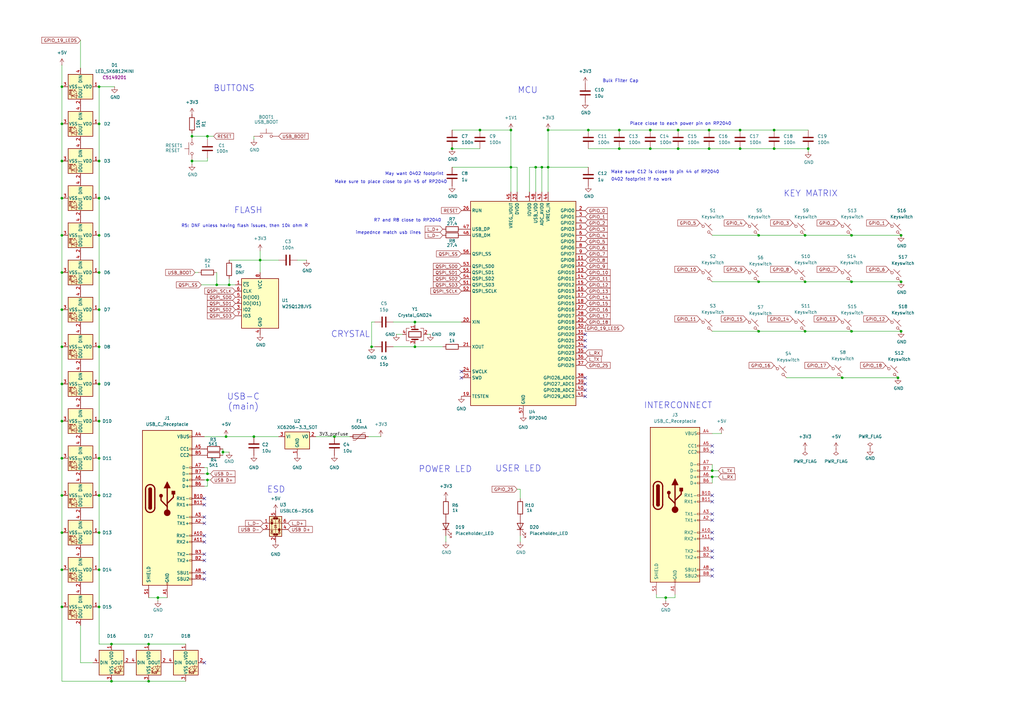
<source format=kicad_sch>
(kicad_sch (version 20250114) (generator "eeschema") (generator_version "9.0")
  (paper "A3")
  (title_block (title "Project Complex") (rev "Imaginary") (company "HRZN | KQ4SPZ"))
  (text "MCU\n" (at 216.408 37.084 0) (effects (font (size 2.54 2.54))))
  (text "Bulk Filter Cap\n" (at 254.508 33.274 0) (effects (font (size 1.27 1.27))))
  (text "Make sure C12 is close to pin 44 of RP2040" (at 272.796 70.612 0) (effects (font (size 1.27 1.27))))
  (text "USER LED\n" (at 212.598 192.278 0) (effects (font (size 2.54 2.54))))
  (text "POWER LED" (at 182.626 192.532 0) (effects (font (size 2.54 2.54))))
  (text "FLASH" (at 101.854 86.36 0) (effects (font (size 2.54 2.54))))
  (text "ESD\n" (at 113.284 200.914 0) (effects (font (size 2.54 2.54))))
  (text "R7 and R8 close to RP2040" (at 167.132 90.424 0) (effects (font (size 1.27 1.27))))
  (text "CRYSTAL\n" (at 143.764 137.16 0) (effects (font (size 2.54 2.54))))
  (text "May want 0402 footprint\n" (at 169.926 71.374 0) (effects (font (size 1.27 1.27))))
  (text "INTERCONNECT\n" (at 278.13 166.37 0) (effects (font (size 2.54 2.54))))
  (text "BUTTONS\n" (at 96.012 36.322 0) (effects (font (size 2.54 2.54))))
  (text "Make sure to place close to pin 45 of RP2040" (at 160.274 74.676 0) (effects (font (size 1.27 1.27))))
  (text "R5: DNF unless having flash issues, then 10k ohm R" (at 100.33 92.71 0) (effects (font (size 1.27 1.27))))
  (text "imepednce match usb lines\n" (at 159.258 95.504 0) (effects (font (size 1.27 1.27))))
  (text "USB-C\n(main)" (at 99.822 164.846 0) (effects (font (size 2.54 2.54))))
  (text "0402 footprint if no work\n" (at 263.144 73.66 0) (effects (font (size 1.27 1.27))))
  (text "Place close to each power pin on RP2040\n" (at 279.146 50.8 0) (effects (font (size 1.27 1.27))))
  (text "KEY MATRIX\n" (at 332.486 79.502 0) (effects (font (size 2.54 2.54))))
  (junction (at 311.15 135.89))
  (junction (at 219.71 68.58))
  (junction (at 266.7 53.34))
  (junction (at 40.64 187.96))
  (junction (at 40.64 157.48))
  (junction (at 331.47 60.96))
  (junction (at 25.4 127))
  (junction (at 25.4 96.52))
  (junction (at 40.64 35.56))
  (junction (at 85.09 55.88))
  (junction (at 254 53.34))
  (junction (at 349.25 115.57))
  (junction (at 40.64 218.44))
  (junction (at 254 60.96))
  (junction (at 369.57 115.57))
  (junction (at 25.4 81.28))
  (junction (at 40.64 81.28))
  (junction (at 303.53 60.96))
  (junction (at 278.13 53.34))
  (junction (at 25.4 203.2))
  (junction (at 25.4 50.8))
  (junction (at 170.18 132.08))
  (junction (at 40.64 66.04))
  (junction (at 91.44 185.42))
  (junction (at 88.9 116.84))
  (junction (at 311.15 96.52))
  (junction (at 25.4 233.68))
  (junction (at 330.2 115.57))
  (junction (at 40.64 172.72))
  (junction (at 290.83 60.96))
  (junction (at 85.09 194.31))
  (junction (at 40.64 127))
  (junction (at 311.15 115.57))
  (junction (at 25.4 35.56))
  (junction (at 330.2 96.52))
  (junction (at 93.98 116.84))
  (junction (at 224.79 53.34))
  (junction (at 152.4 142.24))
  (junction (at 368.3 154.94))
  (junction (at 25.4 66.04))
  (junction (at 273.05 245.11))
  (junction (at 25.4 248.92))
  (junction (at 40.64 50.8))
  (junction (at 330.2 135.89))
  (junction (at 317.5 53.34))
  (junction (at 45.72 279.4))
  (junction (at 40.64 142.24))
  (junction (at 60.96 264.16))
  (junction (at 137.16 179.07))
  (junction (at 196.85 53.34))
  (junction (at 25.4 111.76))
  (junction (at 60.96 279.4))
  (junction (at 78.74 55.88))
  (junction (at 278.13 60.96))
  (junction (at 317.5 60.96))
  (junction (at 106.68 106.68))
  (junction (at 25.4 187.96))
  (junction (at 292.1 193.04))
  (junction (at 266.7 60.96))
  (junction (at 292.1 195.58))
  (junction (at 369.57 96.52))
  (junction (at 170.18 142.24))
  (junction (at 209.55 53.34))
  (junction (at 349.25 135.89))
  (junction (at 224.79 68.58))
  (junction (at 369.57 135.89))
  (junction (at 185.42 60.96))
  (junction (at 45.72 264.16))
  (junction (at 25.4 172.72))
  (junction (at 92.71 179.07))
  (junction (at 40.64 96.52))
  (junction (at 85.09 196.85))
  (junction (at 64.77 245.11))
  (junction (at 104.14 179.07))
  (junction (at 25.4 218.44))
  (junction (at 78.74 66.04))
  (junction (at 25.4 157.48))
  (junction (at 40.64 248.92))
  (junction (at 209.55 68.58))
  (junction (at 40.64 233.68))
  (junction (at 40.64 111.76))
  (junction (at 241.3 53.34))
  (junction (at 349.25 96.52))
  (junction (at 345.44 154.94))
  (junction (at 222.25 68.58))
  (junction (at 303.53 53.34))
  (junction (at 25.4 142.24))
  (junction (at 290.83 53.34))
  (junction (at 40.64 203.2))
  (no_connect (at 292.1 203.2))
  (no_connect (at 240.03 154.94))
  (no_connect (at 240.03 162.56))
  (no_connect (at 292.1 205.74))
  (no_connect (at 240.03 139.7))
  (no_connect (at 83.82 222.25))
  (no_connect (at 292.1 220.98))
  (no_connect (at 240.03 157.48))
  (no_connect (at 83.82 219.71))
  (no_connect (at 292.1 228.6))
  (no_connect (at 240.03 137.16))
  (no_connect (at 83.82 234.95))
  (no_connect (at 292.1 233.68))
  (no_connect (at 292.1 182.88))
  (no_connect (at 292.1 210.82))
  (no_connect (at 292.1 185.42))
  (no_connect (at 292.1 236.22))
  (no_connect (at 292.1 213.36))
  (no_connect (at 83.82 204.47))
  (no_connect (at 292.1 226.06))
  (no_connect (at 83.82 214.63))
  (no_connect (at 83.82 271.78))
  (no_connect (at 83.82 227.33))
  (no_connect (at 240.03 160.02))
  (no_connect (at 189.23 154.94))
  (no_connect (at 83.82 229.87))
  (no_connect (at 292.1 218.44))
  (no_connect (at 83.82 237.49))
  (no_connect (at 240.03 142.24))
  (no_connect (at 83.82 207.01))
  (no_connect (at 83.82 212.09))
  (no_connect (at 189.23 152.4))
  (wire (pts (xy 40.64 218.44) (xy 40.64 203.2)))
  (wire (pts (xy 25.4 142.24) (xy 25.4 157.48)))
  (wire (pts (xy 25.4 218.44) (xy 25.4 233.68)))
  (wire (pts (xy 303.53 53.34) (xy 290.83 53.34)))
  (wire (pts (xy 45.72 264.16) (xy 40.64 264.16)))
  (wire (pts (xy 40.64 264.16) (xy 40.64 248.92)))
  (wire (pts (xy 161.29 142.24) (xy 170.18 142.24)))
  (wire (pts (xy 40.64 157.48) (xy 40.64 142.24)))
  (wire (pts (xy 266.7 53.34) (xy 254 53.34)))
  (wire (pts (xy 106.68 106.68) (xy 106.68 111.76)))
  (wire (pts (xy 93.98 106.68) (xy 106.68 106.68)))
  (wire (pts (xy 60.96 279.4) (xy 76.2 279.4)))
  (wire (pts (xy 25.4 233.68) (xy 25.4 248.92)))
  (wire (pts (xy 311.15 96.52) (xy 330.2 96.52)))
  (wire (pts (xy 241.3 53.34) (xy 224.79 53.34)))
  (wire (pts (xy 331.47 60.96) (xy 317.5 60.96)))
  (wire (pts (xy 40.64 203.2) (xy 40.64 187.96)))
  (wire (pts (xy 78.74 67.31) (xy 78.74 66.04)))
  (wire (pts (xy 40.64 81.28) (xy 40.64 66.04)))
  (wire (pts (xy 292.1 135.89) (xy 311.15 135.89)))
  (wire (pts (xy 40.64 35.56) (xy 46.99 35.56)))
  (wire (pts (xy 266.7 60.96) (xy 278.13 60.96)))
  (wire (pts (xy 33.02 16.51) (xy 33.02 27.94)))
  (wire (pts (xy 93.98 114.3) (xy 93.98 116.84)))
  (wire (pts (xy 292.1 195.58) (xy 294.64 195.58)))
  (wire (pts (xy 40.64 233.68) (xy 40.64 218.44)))
  (wire (pts (xy 85.09 66.04) (xy 78.74 66.04)))
  (wire (pts (xy 185.42 68.58) (xy 209.55 68.58)))
  (wire (pts (xy 311.15 135.89) (xy 330.2 135.89)))
  (wire (pts (xy 85.09 196.85) (xy 85.09 199.39)))
  (wire (pts (xy 85.09 194.31) (xy 83.82 194.31)))
  (wire (pts (xy 45.72 279.4) (xy 60.96 279.4)))
  (wire (pts (xy 209.55 53.34) (xy 209.55 68.58)))
  (wire (pts (xy 25.4 279.4) (xy 45.72 279.4)))
  (wire (pts (xy 85.09 55.88) (xy 87.63 55.88)))
  (wire (pts (xy 25.4 81.28) (xy 25.4 96.52)))
  (wire (pts (xy 217.17 68.58) (xy 219.71 68.58)))
  (wire (pts (xy 25.4 127) (xy 25.4 142.24)))
  (wire (pts (xy 330.2 135.89) (xy 349.25 135.89)))
  (wire (pts (xy 92.71 179.07) (xy 104.14 179.07)))
  (wire (pts (xy 222.25 68.58) (xy 224.79 68.58)))
  (wire (pts (xy 88.9 116.84) (xy 93.98 116.84)))
  (wire (pts (xy 38.1 271.78) (xy 33.02 271.78)))
  (wire (pts (xy 176.53 137.16) (xy 175.26 137.16)))
  (wire (pts (xy 330.2 96.52) (xy 349.25 96.52)))
  (wire (pts (xy 273.05 245.11) (xy 276.86 245.11)))
  (wire (pts (xy 269.24 245.11) (xy 269.24 243.84)))
  (wire (pts (xy 331.47 62.23) (xy 331.47 60.96)))
  (wire (pts (xy 25.4 187.96) (xy 25.4 203.2)))
  (wire (pts (xy 64.77 246.38) (xy 64.77 245.11)))
  (wire (pts (xy 345.44 154.94) (xy 368.3 154.94)))
  (wire (pts (xy 213.36 222.25) (xy 213.36 219.71)))
  (wire (pts (xy 76.2 264.16) (xy 60.96 264.16)))
  (wire (pts (xy 273.05 246.38) (xy 273.05 245.11)))
  (wire (pts (xy 322.58 154.94) (xy 345.44 154.94)))
  (wire (pts (xy 196.85 53.34) (xy 209.55 53.34)))
  (wire (pts (xy 209.55 68.58) (xy 209.55 78.74)))
  (wire (pts (xy 106.68 106.68) (xy 114.3 106.68)))
  (wire (pts (xy 278.13 60.96) (xy 290.83 60.96)))
  (wire (pts (xy 213.36 200.66) (xy 213.36 204.47)))
  (wire (pts (xy 212.09 200.66) (xy 213.36 200.66)))
  (wire (pts (xy 40.64 111.76) (xy 40.64 96.52)))
  (wire (pts (xy 276.86 245.11) (xy 276.86 243.84)))
  (wire (pts (xy 224.79 68.58) (xy 224.79 78.74)))
  (wire (pts (xy 290.83 53.34) (xy 278.13 53.34)))
  (wire (pts (xy 80.01 111.76) (xy 81.28 111.76)))
  (wire (pts (xy 292.1 193.04) (xy 294.64 193.04)))
  (wire (pts (xy 156.21 179.07) (xy 151.13 179.07)))
  (wire (pts (xy 25.4 66.04) (xy 25.4 81.28)))
  (wire (pts (xy 292.1 115.57) (xy 311.15 115.57)))
  (wire (pts (xy 295.91 177.8) (xy 292.1 177.8)))
  (wire (pts (xy 25.4 172.72) (xy 25.4 187.96)))
  (wire (pts (xy 25.4 26.67) (xy 25.4 35.56)))
  (wire (pts (xy 85.09 55.88) (xy 85.09 57.15)))
  (wire (pts (xy 64.77 245.11) (xy 68.58 245.11)))
  (wire (pts (xy 349.25 135.89) (xy 369.57 135.89)))
  (wire (pts (xy 88.9 111.76) (xy 88.9 116.84)))
  (wire (pts (xy 25.4 111.76) (xy 25.4 127)))
  (wire (pts (xy 292.1 190.5) (xy 292.1 193.04)))
  (wire (pts (xy 254 53.34) (xy 241.3 53.34)))
  (wire (pts (xy 91.44 184.15) (xy 91.44 185.42)))
  (wire (pts (xy 86.36 196.85) (xy 85.09 196.85)))
  (wire (pts (xy 25.4 96.52) (xy 25.4 111.76)))
  (wire (pts (xy 185.42 60.96) (xy 196.85 60.96)))
  (wire (pts (xy 212.09 78.74) (xy 212.09 68.58)))
  (wire (pts (xy 104.14 179.07) (xy 114.3 179.07)))
  (wire (pts (xy 86.36 194.31) (xy 85.09 194.31)))
  (wire (pts (xy 303.53 60.96) (xy 317.5 60.96)))
  (wire (pts (xy 152.4 132.08) (xy 153.67 132.08)))
  (wire (pts (xy 317.5 53.34) (xy 331.47 53.34)))
  (wire (pts (xy 78.74 54.61) (xy 78.74 55.88)))
  (wire (pts (xy 241.3 60.96) (xy 254 60.96)))
  (wire (pts (xy 85.09 196.85) (xy 83.82 196.85)))
  (wire (pts (xy 170.18 140.97) (xy 170.18 142.24)))
  (wire (pts (xy 129.54 179.07) (xy 137.16 179.07)))
  (wire (pts (xy 104.14 57.15) (xy 104.14 55.88)))
  (wire (pts (xy 224.79 68.58) (xy 241.3 68.58)))
  (wire (pts (xy 182.88 222.25) (xy 182.88 219.71)))
  (wire (pts (xy 106.68 102.87) (xy 106.68 106.68)))
  (wire (pts (xy 60.96 264.16) (xy 45.72 264.16)))
  (wire (pts (xy 152.4 142.24) (xy 153.67 142.24)))
  (wire (pts (xy 40.64 172.72) (xy 40.64 157.48)))
  (wire (pts (xy 93.98 185.42) (xy 91.44 185.42)))
  (wire (pts (xy 93.98 116.84) (xy 96.52 116.84)))
  (wire (pts (xy 25.4 35.56) (xy 25.4 50.8)))
  (wire (pts (xy 254 60.96) (xy 266.7 60.96)))
  (wire (pts (xy 85.09 191.77) (xy 83.82 191.77)))
  (wire (pts (xy 212.09 68.58) (xy 209.55 68.58)))
  (wire (pts (xy 82.55 116.84) (xy 88.9 116.84)))
  (wire (pts (xy 311.15 115.57) (xy 330.2 115.57)))
  (wire (pts (xy 125.73 106.68) (xy 121.92 106.68)))
  (wire (pts (xy 85.09 199.39) (xy 83.82 199.39)))
  (wire (pts (xy 152.4 132.08) (xy 152.4 142.24)))
  (wire (pts (xy 349.25 96.52) (xy 369.57 96.52)))
  (wire (pts (xy 185.42 53.34) (xy 196.85 53.34)))
  (wire (pts (xy 161.29 132.08) (xy 170.18 132.08)))
  (wire (pts (xy 40.64 142.24) (xy 40.64 127)))
  (wire (pts (xy 292.1 96.52) (xy 311.15 96.52)))
  (wire (pts (xy 278.13 53.34) (xy 266.7 53.34)))
  (wire (pts (xy 170.18 132.08) (xy 170.18 133.35)))
  (wire (pts (xy 349.25 115.57) (xy 369.57 115.57)))
  (wire (pts (xy 40.64 248.92) (xy 40.64 233.68)))
  (wire (pts (xy 40.64 127) (xy 40.64 111.76)))
  (wire (pts (xy 143.51 179.07) (xy 137.16 179.07)))
  (wire (pts (xy 224.79 53.34) (xy 224.79 68.58)))
  (wire (pts (xy 170.18 142.24) (xy 181.61 142.24)))
  (wire (pts (xy 222.25 68.58) (xy 222.25 78.74)))
  (wire (pts (xy 40.64 50.8) (xy 40.64 35.56)))
  (wire (pts (xy 85.09 191.77) (xy 85.09 194.31)))
  (wire (pts (xy 25.4 50.8) (xy 25.4 66.04)))
  (wire (pts (xy 25.4 248.92) (xy 25.4 279.4)))
  (wire (pts (xy 91.44 185.42) (xy 91.44 186.69)))
  (wire (pts (xy 217.17 68.58) (xy 217.17 78.74)))
  (wire (pts (xy 269.24 245.11) (xy 273.05 245.11)))
  (wire (pts (xy 40.64 187.96) (xy 40.64 172.72)))
  (wire (pts (xy 292.1 195.58) (xy 292.1 198.12)))
  (wire (pts (xy 83.82 179.07) (xy 92.71 179.07)))
  (wire (pts (xy 78.74 55.88) (xy 85.09 55.88)))
  (wire (pts (xy 40.64 96.52) (xy 40.64 81.28)))
  (wire (pts (xy 330.2 115.57) (xy 349.25 115.57)))
  (wire (pts (xy 290.83 60.96) (xy 303.53 60.96)))
  (wire (pts (xy 25.4 203.2) (xy 25.4 218.44)))
  (wire (pts (xy 219.71 68.58) (xy 219.71 78.74)))
  (wire (pts (xy 33.02 256.54) (xy 33.02 271.78)))
  (wire (pts (xy 60.96 245.11) (xy 64.77 245.11)))
  (wire (pts (xy 25.4 157.48) (xy 25.4 172.72)))
  (wire (pts (xy 170.18 132.08) (xy 189.23 132.08)))
  (wire (pts (xy 317.5 53.34) (xy 303.53 53.34)))
  (wire (pts (xy 85.09 64.77) (xy 85.09 66.04)))
  (wire (pts (xy 40.64 66.04) (xy 40.64 50.8)))
  (wire (pts (xy 219.71 68.58) (xy 222.25 68.58)))
  (wire (pts (xy 162.56 137.16) (xy 165.1 137.16)))
  (label "3V3_preFuse" (at 130.81 179.07 0))
  (global_label "GPIO_25" (shape input) (at 240.03 149.86 0) (property "Intersheetrefs" "${INTERSHEET_REFS}" (effects (hide yes))))
  (global_label "GPIO_13" (shape input) (at 240.03 119.38 0) (property "Intersheetrefs" "${INTERSHEET_REFS}" (effects (hide yes))))
  (global_label "L_D+" (shape input) (at 181.61 93.98 180) (property "Intersheetrefs" "${INTERSHEET_REFS}" (effects (hide yes))))
  (global_label "GPIO_18" (shape input) (at 363.22 149.86 180) (property "Intersheetrefs" "${INTERSHEET_REFS}" (effects (hide yes))))
  (global_label "USB D-" (shape input) (at 86.36 194.31 0) (property "Intersheetrefs" "${INTERSHEET_REFS}" (effects (hide yes))))
  (global_label "QSPI_SD1" (shape input) (at 189.23 111.76 180) (property "Intersheetrefs" "${INTERSHEET_REFS}" (effects (hide yes))))
  (global_label "GPIO_16" (shape input) (at 240.03 127 0) (property "Intersheetrefs" "${INTERSHEET_REFS}" (effects (hide yes))))
  (global_label "GPIO_15" (shape input) (at 306.07 130.81 180) (property "Intersheetrefs" "${INTERSHEET_REFS}" (effects (hide yes))))
  (global_label "L_D-" (shape input) (at 181.61 96.52 180) (property "Intersheetrefs" "${INTERSHEET_REFS}" (effects (hide yes))))
  (global_label "GPIO_25" (shape input) (at 212.09 200.66 180) (property "Intersheetrefs" "${INTERSHEET_REFS}" (effects (hide yes))))
  (global_label "RESET" (shape input) (at 189.23 86.36 180) (property "Intersheetrefs" "${INTERSHEET_REFS}" (effects (hide yes))))
  (global_label "GPIO_17" (shape input) (at 240.03 129.54 0) (property "Intersheetrefs" "${INTERSHEET_REFS}" (effects (hide yes))))
  (global_label "QSPI_SD1" (shape input) (at 96.52 124.46 180) (property "Intersheetrefs" "${INTERSHEET_REFS}" (effects (hide yes))))
  (global_label "L_D-" (shape input) (at 107.95 214.63 180) (property "Intersheetrefs" "${INTERSHEET_REFS}" (effects (hide yes))))
  (global_label "QSPI_SS" (shape input) (at 189.23 104.14 180) (property "Intersheetrefs" "${INTERSHEET_REFS}" (effects (hide yes))))
  (global_label "RESET" (shape input) (at 87.63 55.88 0) (property "Intersheetrefs" "${INTERSHEET_REFS}" (effects (hide yes))))
  (global_label "GPIO_10" (shape input) (at 287.02 110.49 180) (property "Intersheetrefs" "${INTERSHEET_REFS}" (effects (hide yes))))
  (global_label "GPIO_9" (shape input) (at 306.07 110.49 180) (property "Intersheetrefs" "${INTERSHEET_REFS}" (effects (hide yes))))
  (global_label "QSPI_SD0" (shape input) (at 96.52 121.92 180) (property "Intersheetrefs" "${INTERSHEET_REFS}" (effects (hide yes))))
  (global_label "GPIO_8" (shape input) (at 325.12 110.49 180) (property "Intersheetrefs" "${INTERSHEET_REFS}" (effects (hide yes))))
  (global_label "GPIO_0" (shape input) (at 240.03 86.36 0) (property "Intersheetrefs" "${INTERSHEET_REFS}" (effects (hide yes))))
  (global_label "GPIO_5" (shape input) (at 287.02 91.44 180) (property "Intersheetrefs" "${INTERSHEET_REFS}" (effects (hide yes))))
  (global_label "QSPI_SD3" (shape input) (at 189.23 116.84 180) (property "Intersheetrefs" "${INTERSHEET_REFS}" (effects (hide yes))))
  (global_label "USB_BOOT" (shape input) (at 114.3 55.88 0) (property "Intersheetrefs" "${INTERSHEET_REFS}" (effects (hide yes))))
  (global_label "GPIO_4" (shape input) (at 240.03 96.52 0) (property "Intersheetrefs" "${INTERSHEET_REFS}" (effects (hide yes))))
  (global_label "QSPI_SD0" (shape input) (at 189.23 109.22 180) (property "Intersheetrefs" "${INTERSHEET_REFS}" (effects (hide yes))))
  (global_label "GPIO_11" (shape input) (at 287.02 130.81 180) (property "Intersheetrefs" "${INTERSHEET_REFS}" (effects (hide yes))))
  (global_label "QSPI_SCLK" (shape input) (at 189.23 119.38 180) (property "Intersheetrefs" "${INTERSHEET_REFS}" (effects (hide yes))))
  (global_label "QSPI_SS" (shape input) (at 82.55 116.84 180) (property "Intersheetrefs" "${INTERSHEET_REFS}" (effects (hide yes))))
  (global_label "GPIO_12" (shape input) (at 364.49 130.81 180) (property "Intersheetrefs" "${INTERSHEET_REFS}" (effects (hide yes))))
  (global_label "QSPI_SD2" (shape input) (at 96.52 127 180) (property "Intersheetrefs" "${INTERSHEET_REFS}" (effects (hide yes))))
  (global_label "GPIO_1" (shape input) (at 240.03 88.9 0) (property "Intersheetrefs" "${INTERSHEET_REFS}" (effects (hide yes))))
  (global_label "GPIO_11" (shape input) (at 240.03 114.3 0) (property "Intersheetrefs" "${INTERSHEET_REFS}" (effects (hide yes))))
  (global_label "GPIO_15" (shape input) (at 240.03 124.46 0) (property "Intersheetrefs" "${INTERSHEET_REFS}" (effects (hide yes))))
  (global_label "USB D-" (shape input) (at 107.95 217.17 180) (property "Intersheetrefs" "${INTERSHEET_REFS}" (effects (hide yes))))
  (global_label "GPIO_19_LEDS" (shape input) (at 33.02 16.51 180) (property "Intersheetrefs" "${INTERSHEET_REFS}" (effects (hide yes))))
  (global_label "L_TX" (shape input) (at 240.03 147.32 0) (property "Intersheetrefs" "${INTERSHEET_REFS}" (effects (hide yes))))
  (global_label "GPIO_1" (shape input) (at 364.49 91.44 180) (property "Intersheetrefs" "${INTERSHEET_REFS}" (effects (hide yes))))
  (global_label "QSPI_SCLK" (shape input) (at 96.52 119.38 180) (property "Intersheetrefs" "${INTERSHEET_REFS}" (effects (hide yes))))
  (global_label "QSPI_SD3" (shape input) (at 96.52 129.54 180) (property "Intersheetrefs" "${INTERSHEET_REFS}" (effects (hide yes))))
  (global_label "L_RX" (shape input) (at 294.64 195.58 0) (property "Intersheetrefs" "${INTERSHEET_REFS}" (effects (hide yes))))
  (global_label "GPIO_13" (shape input) (at 344.17 130.81 180) (property "Intersheetrefs" "${INTERSHEET_REFS}" (effects (hide yes))))
  (global_label "GPIO_5" (shape input) (at 240.03 99.06 0) (property "Intersheetrefs" "${INTERSHEET_REFS}" (effects (hide yes))))
  (global_label "USB D+" (shape input) (at 118.11 217.17 0) (property "Intersheetrefs" "${INTERSHEET_REFS}" (effects (hide yes))))
  (global_label "GPIO_17" (shape input) (at 340.36 149.86 180) (property "Intersheetrefs" "${INTERSHEET_REFS}" (effects (hide yes))))
  (global_label "QSPI_SD2" (shape input) (at 189.23 114.3 180) (property "Intersheetrefs" "${INTERSHEET_REFS}" (effects (hide yes))))
  (global_label "USB_BOOT" (shape input) (at 80.01 111.76 180) (property "Intersheetrefs" "${INTERSHEET_REFS}" (effects (hide yes))))
  (global_label "GPIO_10" (shape input) (at 240.03 111.76 0) (property "Intersheetrefs" "${INTERSHEET_REFS}" (effects (hide yes))))
  (global_label "GPIO_14" (shape input) (at 240.03 121.92 0) (property "Intersheetrefs" "${INTERSHEET_REFS}" (effects (hide yes))))
  (global_label "GPIO_18" (shape input) (at 240.03 132.08 0) (property "Intersheetrefs" "${INTERSHEET_REFS}" (effects (hide yes))))
  (global_label "GPIO_3" (shape input) (at 240.03 93.98 0) (property "Intersheetrefs" "${INTERSHEET_REFS}" (effects (hide yes))))
  (global_label "GPIO_12" (shape input) (at 240.03 116.84 0) (property "Intersheetrefs" "${INTERSHEET_REFS}" (effects (hide yes))))
  (global_label "L_TX" (shape input) (at 294.64 193.04 0) (property "Intersheetrefs" "${INTERSHEET_REFS}" (effects (hide yes))))
  (global_label "GPIO_2" (shape input) (at 240.03 91.44 0) (property "Intersheetrefs" "${INTERSHEET_REFS}" (effects (hide yes))))
  (global_label "GPIO_7" (shape input) (at 240.03 104.14 0) (property "Intersheetrefs" "${INTERSHEET_REFS}" (effects (hide yes))))
  (global_label "GPIO_3" (shape input) (at 325.12 91.44 180) (property "Intersheetrefs" "${INTERSHEET_REFS}" (effects (hide yes))))
  (global_label "GPIO_8" (shape input) (at 240.03 106.68 0) (property "Intersheetrefs" "${INTERSHEET_REFS}" (effects (hide yes))))
  (global_label "L_D+" (shape input) (at 118.11 214.63 0) (property "Intersheetrefs" "${INTERSHEET_REFS}" (effects (hide yes))))
  (global_label "GPIO_4" (shape input) (at 306.07 91.44 180) (property "Intersheetrefs" "${INTERSHEET_REFS}" (effects (hide yes))))
  (global_label "L_RX" (shape input) (at 240.03 144.78 0) (property "Intersheetrefs" "${INTERSHEET_REFS}" (effects (hide yes))))
  (global_label "USB D+" (shape input) (at 86.36 196.85 0) (property "Intersheetrefs" "${INTERSHEET_REFS}" (effects (hide yes))))
  (global_label "GPIO_19_LEDS" (shape output) (at 240.03 134.62 0) (property "Intersheetrefs" "${INTERSHEET_REFS}" (effects (hide yes))))
  (global_label "GPIO_6" (shape input) (at 364.49 110.49 180) (property "Intersheetrefs" "${INTERSHEET_REFS}" (effects (hide yes))))
  (global_label "GPIO_16" (shape input) (at 317.5 149.86 180) (property "Intersheetrefs" "${INTERSHEET_REFS}" (effects (hide yes))))
  (global_label "GPIO_6" (shape input) (at 240.03 101.6 0) (property "Intersheetrefs" "${INTERSHEET_REFS}" (effects (hide yes))))
  (global_label "GPIO_2" (shape input) (at 344.17 91.44 180) (property "Intersheetrefs" "${INTERSHEET_REFS}" (effects (hide yes))))
  (global_label "GPIO_14" (shape input) (at 325.12 130.81 180) (property "Intersheetrefs" "${INTERSHEET_REFS}" (effects (hide yes))))
  (global_label "GPIO_9" (shape input) (at 240.03 109.22 0) (property "Intersheetrefs" "${INTERSHEET_REFS}" (effects (hide yes))))
  (global_label "GPIO_7" (shape input) (at 344.17 110.49 180) (property "Intersheetrefs" "${INTERSHEET_REFS}" (effects (hide yes))))
  (symbol (lib_id "ScottoKeebs:LED_SK6812MINI") (at 45.72 271.78 0) (unit 1)
    (property "Reference" "D16" (at 45.72 260.858 0))
    (property "Value" "LED_SK6812MINI" (effects (hide yes)))
    (property "Footprint" "ScottoKeebs_Components:LED_SK6812MINI" (effects (hide yes)))
    (property "Datasheet" "https://cdn-shop.adafruit.com/product-files/2686/SK6812MINI_REV.01-1-2.pdf" (effects (hide yes)))
    (property "Description" "RGB LED with integrated controller" (effects (hide yes)))
    (property "LCSC" "C5149201" (effects (hide yes)))
  )
  (symbol (lib_id "Device:C") (at 157.48 132.08 270) (unit 1)
    (property "Reference" "C5" (at 157.48 124.46 90))
    (property "Value" "15p" (at 157.48 127 90))
    (property "Footprint" "Capacitor_SMD:C_0603_1608Metric" (effects (hide yes)))
    (property "Description" "Unpolarized capacitor" (effects (hide yes)))
  )
  (symbol (lib_id "ScottoKeebs:LED_SK6812MINI") (at 33.02 66.04 270) (unit 1)
    (property "Reference" "D3" (at 43.942 66.04 90))
    (property "Value" "LED_SK6812MINI" (effects (hide yes)))
    (property "Footprint" "ScottoKeebs_Components:LED_SK6812MINI" (effects (hide yes)))
    (property "Datasheet" "https://cdn-shop.adafruit.com/product-files/2686/SK6812MINI_REV.01-1-2.pdf" (effects (hide yes)))
    (property "Description" "RGB LED with integrated controller" (effects (hide yes)))
    (property "LCSC" "C5149201" (effects (hide yes)))
  )
  (symbol (lib_id "power:+3V3") (at 224.79 53.34 0) (unit 1)
    (property "Reference" "#PWR028" (effects (hide yes)))
    (property "Value" "+3V3" (at 224.79 48.26 0))
    (property "Description" "Power symbol creates a global label with name \"+3V3\"" (effects (hide yes)))
  )
  (symbol (lib_id "Device:R") (at 87.63 184.15 90) (unit 1)
    (property "Reference" "R3" (at 87.376 180.34 90))
    (property "Value" "5K1" (at 87.376 182.118 90))
    (property "Footprint" "Resistor_SMD:R_0603_1608Metric" (effects (hide yes)))
    (property "Description" "Resistor" (effects (hide yes)))
  )
  (symbol (lib_id "power:PWR_FLAG") (at 342.9 184.15 180) (unit 1)
    (property "Reference" "#FLG02" (effects (hide yes)))
    (property "Value" "PWR_FLAG" (at 342.9 189.23 0))
    (property "Description" "Special symbol for telling ERC where power comes from" (effects (hide yes)))
  )
  (symbol (lib_id "Device:C") (at 137.16 182.88 0) (unit 1)
    (property "Reference" "C4" (at 140.716 182.372 0) (effects (justify left)))
    (property "Value" "10u" (at 140.716 184.912 0) (effects (justify left)))
    (property "Footprint" "Capacitor_SMD:C_0603_1608Metric" (effects (hide yes)))
    (property "Description" "Unpolarized capacitor" (effects (hide yes)))
  )
  (symbol (lib_id "ScottoKeebs:LED_SK6812MINI") (at 33.02 81.28 270) (unit 1)
    (property "Reference" "D4" (at 43.942 81.28 90))
    (property "Value" "LED_SK6812MINI" (effects (hide yes)))
    (property "Footprint" "ScottoKeebs_Components:LED_SK6812MINI" (effects (hide yes)))
    (property "Datasheet" "https://cdn-shop.adafruit.com/product-files/2686/SK6812MINI_REV.01-1-2.pdf" (effects (hide yes)))
    (property "Description" "RGB LED with integrated controller" (effects (hide yes)))
    (property "LCSC" "C5149201" (effects (hide yes)))
  )
  (symbol (lib_id "Device:C") (at 85.09 60.96 180) (unit 1)
    (property "Reference" "C1" (at 90.932 59.69 0))
    (property "Value" "100n" (at 91.186 61.976 0))
    (property "Footprint" "Capacitor_SMD:C_0603_1608Metric" (effects (hide yes)))
    (property "Description" "Unpolarized capacitor" (effects (hide yes)))
  )
  (symbol (lib_id "ScottoKeebs:Placeholder_Polyfuse") (at 147.32 179.07 0) (unit 1)
    (property "Reference" "F1" (at 147.32 172.72 0))
    (property "Value" "500mA" (at 147.32 175.26 0))
    (property "Footprint" "ScottoKeebs_Components:Fuse_0603" (effects (hide yes)))
    (property "Description" "Resettable fuse, polymeric positive temperature coefficient" (effects (hide yes)))
  )
  (symbol (lib_id "ScottoKeebs:Placeholder_Keyswitch") (at 308.61 113.03 0) (unit 1)
    (property "Reference" "S6" (at 311.912 105.664 0))
    (property "Value" "Keyswitch" (at 311.912 108.204 0))
    (property "Footprint" "ScottoKeebs_Hotswap:Hotswap_Choc_V2_Plated_1.00u" (effects (hide yes)))
    (property "Description" "Push button switch, normally open, two pins, 45° tilted" (effects (hide yes)))
  )
  (symbol (lib_id "ScottoKeebs:Placeholder_Keyswitch") (at 365.76 152.4 0) (unit 1)
    (property "Reference" "S12" (at 368.808 144.78 0))
    (property "Value" "Keyswitch" (at 368.808 147.32 0))
    (property "Footprint" "ScottoKeebs_Hotswap:Hotswap_Choc_V2_Plated_1.00u" (effects (hide yes)))
    (property "Description" "Push button switch, normally open, two pins, 45° tilted" (effects (hide yes)))
  )
  (symbol (lib_id "power:GND") (at 356.87 184.15 0) (unit 1)
    (property "Reference" "#PWR037" (effects (hide yes)))
    (property "Value" "GND" (at 354.838 187.96 0) (effects (justify left)))
    (property "Description" "Power symbol creates a global label with name \"GND\" , ground" (effects (hide yes)))
  )
  (symbol (lib_id "ScottoKeebs:Placeholder_Keyswitch") (at 367.03 113.03 0) (unit 1)
    (property "Reference" "S17" (at 370.332 105.41 0))
    (property "Value" "Keyswitch" (at 370.332 107.95 0))
    (property "Footprint" "ScottoKeebs_Hotswap:Hotswap_Choc_V2_Plated_1.00u" (effects (hide yes)))
    (property "Description" "Push button switch, normally open, two pins, 45° tilted" (effects (hide yes)))
  )
  (symbol (lib_id "ScottoKeebs:Placeholder_Keyswitch") (at 289.56 133.35 0) (unit 1)
    (property "Reference" "S3" (at 292.354 125.476 0))
    (property "Value" "Keyswitch" (at 292.354 128.016 0))
    (property "Footprint" "ScottoKeebs_Hotswap:Hotswap_Choc_V2_Plated_1.00u" (effects (hide yes)))
    (property "Description" "Push button switch, normally open, two pins, 45° tilted" (effects (hide yes)))
  )
  (symbol (lib_id "Device:R") (at 185.42 142.24 90) (unit 1)
    (property "Reference" "R9" (at 185.42 137.16 90))
    (property "Value" "1k" (at 185.42 139.7 90))
    (property "Footprint" "Resistor_SMD:R_0603_1608Metric" (effects (hide yes)))
    (property "Description" "Resistor" (effects (hide yes)))
  )
  (symbol (lib_id "power:+5V") (at 92.71 179.07 0) (unit 1)
    (property "Reference" "#PWR04" (effects (hide yes)))
    (property "Value" "+5V" (at 92.71 173.99 0))
    (property "Description" "Power symbol creates a global label with name \"+5V\"" (effects (hide yes)))
  )
  (symbol (lib_id "power:+1V1") (at 209.55 53.34 0) (unit 1)
    (property "Reference" "#PWR025" (effects (hide yes)))
    (property "Value" "+1V1" (at 209.55 48.26 0))
    (property "Description" "Power symbol creates a global label with name \"+1V1\"" (effects (hide yes)))
  )
  (symbol (lib_id "power:GND") (at 185.42 60.96 0) (unit 1)
    (property "Reference" "#PWR022" (effects (hide yes)))
    (property "Value" "GND" (at 185.674 65.278 0))
    (property "Description" "Power symbol creates a global label with name \"GND\" , ground" (effects (hide yes)))
  )
  (symbol (lib_id "power:GND") (at 213.36 222.25 0) (unit 1)
    (property "Reference" "#PWR026" (effects (hide yes)))
    (property "Value" "GND" (at 213.614 226.568 0))
    (property "Description" "Power symbol creates a global label with name \"GND\" , ground" (effects (hide yes)))
  )
  (symbol (lib_id "ScottoKeebs:LED_SK6812MINI") (at 33.02 203.2 270) (unit 1)
    (property "Reference" "D12" (at 43.942 203.2 90))
    (property "Value" "LED_SK6812MINI" (effects (hide yes)))
    (property "Footprint" "ScottoKeebs_Components:LED_SK6812MINI" (effects (hide yes)))
    (property "Datasheet" "https://cdn-shop.adafruit.com/product-files/2686/SK6812MINI_REV.01-1-2.pdf" (effects (hide yes)))
    (property "Description" "RGB LED with integrated controller" (effects (hide yes)))
    (property "LCSC" "C5149201" (effects (hide yes)))
  )
  (symbol (lib_id "ScottoKeebs:LED_SK6812MINI") (at 33.02 248.92 270) (unit 1)
    (property "Reference" "D15" (at 43.942 248.92 90))
    (property "Value" "LED_SK6812MINI" (effects (hide yes)))
    (property "Footprint" "ScottoKeebs_Components:LED_SK6812MINI" (effects (hide yes)))
    (property "Datasheet" "https://cdn-shop.adafruit.com/product-files/2686/SK6812MINI_REV.01-1-2.pdf" (effects (hide yes)))
    (property "Description" "RGB LED with integrated controller" (effects (hide yes)))
    (property "LCSC" "C5149201" (effects (hide yes)))
  )
  (symbol (lib_id "power:+5V") (at 113.03 209.55 0) (unit 1)
    (property "Reference" "#PWR013" (effects (hide yes)))
    (property "Value" "+5V" (at 113.03 204.47 0))
    (property "Description" "Power symbol creates a global label with name \"+5V\"" (effects (hide yes)))
  )
  (symbol (lib_id "power:GND") (at 369.57 135.89 0) (unit 1)
    (property "Reference" "#PWR040" (effects (hide yes)))
    (property "Value" "GND" (at 369.824 140.208 0))
    (property "Description" "Power symbol creates a global label with name \"GND\" , ground" (effects (hide yes)))
  )
  (symbol (lib_id "ScottoKeebs:Placeholder_Keyswitch") (at 320.04 152.4 0) (unit 1)
    (property "Reference" "S4" (at 323.342 145.034 0))
    (property "Value" "Keyswitch" (at 323.342 147.574 0))
    (property "Footprint" "ScottoKeebs_Hotswap:Hotswap_Choc_V2_Plated_1.00u" (effects (hide yes)))
    (property "Description" "Push button switch, normally open, two pins, 45° tilted" (effects (hide yes)))
  )
  (symbol (lib_id "Device:C") (at 185.42 72.39 0) (unit 1)
    (property "Reference" "C8" (at 189.23 71.1199 0) (effects (justify left)))
    (property "Value" "1u" (at 189.23 73.6599 0) (effects (justify left)))
    (property "Footprint" "Capacitor_SMD:C_0603_1608Metric" (effects (hide yes)))
    (property "Description" "Unpolarized capacitor" (effects (hide yes)))
  )
  (symbol (lib_id "power:GND") (at 369.57 96.52 0) (unit 1)
    (property "Reference" "#PWR038" (effects (hide yes)))
    (property "Value" "GND" (at 369.824 100.838 0))
    (property "Description" "Power symbol creates a global label with name \"GND\" , ground" (effects (hide yes)))
  )
  (symbol (lib_id "ScottoKeebs:LED_SK6812MINI") (at 33.02 142.24 270) (unit 1)
    (property "Reference" "D8" (at 43.942 142.24 90))
    (property "Value" "LED_SK6812MINI" (effects (hide yes)))
    (property "Footprint" "ScottoKeebs_Components:LED_SK6812MINI" (effects (hide yes)))
    (property "Datasheet" "https://cdn-shop.adafruit.com/product-files/2686/SK6812MINI_REV.01-1-2.pdf" (effects (hide yes)))
    (property "Description" "RGB LED with integrated controller" (effects (hide yes)))
    (property "LCSC" "C5149201" (effects (hide yes)))
  )
  (symbol (lib_id "power:GND") (at 106.68 137.16 0) (unit 1)
    (property "Reference" "#PWR07" (effects (hide yes)))
    (property "Value" "GND" (at 106.934 141.478 0))
    (property "Description" "Power symbol creates a global label with name \"GND\" , ground" (effects (hide yes)))
  )
  (symbol (lib_id "ScottoKeebs:LED_SK6812MINI") (at 33.02 172.72 270) (unit 1)
    (property "Reference" "D10" (at 43.942 172.72 90))
    (property "Value" "LED_SK6812MINI" (effects (hide yes)))
    (property "Footprint" "ScottoKeebs_Components:LED_SK6812MINI" (effects (hide yes)))
    (property "Datasheet" "https://cdn-shop.adafruit.com/product-files/2686/SK6812MINI_REV.01-1-2.pdf" (effects (hide yes)))
    (property "Description" "RGB LED with integrated controller" (effects (hide yes)))
    (property "LCSC" "C5149201" (effects (hide yes)))
  )
  (symbol (lib_id "Device:C") (at 278.13 57.15 0) (unit 1)
    (property "Reference" "C15" (at 281.94 55.8799 0) (effects (justify left)))
    (property "Value" "100n" (at 281.94 58.4199 0) (effects (justify left)))
    (property "Footprint" "Capacitor_SMD:C_0603_1608Metric" (effects (hide yes)))
    (property "Description" "Unpolarized capacitor" (effects (hide yes)))
  )
  (symbol (lib_id "ScottoKeebs:LED_SK6812MINI") (at 33.02 96.52 270) (unit 1)
    (property "Reference" "D5" (at 43.942 96.52 90))
    (property "Value" "LED_SK6812MINI" (effects (hide yes)))
    (property "Footprint" "ScottoKeebs_Components:LED_SK6812MINI" (effects (hide yes)))
    (property "Datasheet" "https://cdn-shop.adafruit.com/product-files/2686/SK6812MINI_REV.01-1-2.pdf" (effects (hide yes)))
    (property "Description" "RGB LED with integrated controller" (effects (hide yes)))
    (property "LCSC" "C5149201" (effects (hide yes)))
  )
  (symbol (lib_id "Device:C") (at 185.42 57.15 0) (unit 1)
    (property "Reference" "C7" (at 189.23 55.8799 0) (effects (justify left)))
    (property "Value" "100n" (at 189.23 58.4199 0) (effects (justify left)))
    (property "Footprint" "Capacitor_SMD:C_0603_1608Metric" (effects (hide yes)))
    (property "Description" "Unpolarized capacitor" (effects (hide yes)))
  )
  (symbol (lib_id "power:+3V3") (at 330.2 184.15 0) (unit 1)
    (property "Reference" "#PWR035" (effects (hide yes)))
    (property "Value" "+3V3" (at 330.2 179.07 0))
    (property "Description" "Power symbol creates a global label with name \"+3V3\"" (effects (hide yes)))
  )
  (symbol (lib_id "ScottoKeebs:Placeholder_Keyswitch") (at 308.61 133.35 0) (unit 1)
    (property "Reference" "S7" (at 311.912 125.984 0))
    (property "Value" "Keyswitch" (at 311.912 128.524 0))
    (property "Footprint" "ScottoKeebs_Hotswap:Hotswap_Choc_V2_Plated_1.00u" (effects (hide yes)))
    (property "Description" "Push button switch, normally open, two pins, 45° tilted" (effects (hide yes)))
  )
  (symbol (lib_id "power:+5V") (at 25.4 26.67 0) (unit 1)
    (property "Reference" "#PWR083" (effects (hide yes)))
    (property "Value" "+5V" (at 25.4 21.59 0))
    (property "Description" "Power symbol creates a global label with name \"+5V\"" (effects (hide yes)))
  )
  (symbol (lib_id "power:GND") (at 189.23 162.56 0) (unit 1)
    (property "Reference" "#PWR024" (effects (hide yes)))
    (property "Value" "GND" (at 189.23 167.64 0))
    (property "Description" "Power symbol creates a global label with name \"GND\" , ground" (effects (hide yes)))
  )
  (symbol (lib_id "power:GND") (at 104.14 186.69 0) (unit 1)
    (property "Reference" "#PWR09" (effects (hide yes)))
    (property "Value" "GND" (at 104.14 191.77 0))
    (property "Description" "Power symbol creates a global label with name \"GND\" , ground" (effects (hide yes)))
  )
  (symbol (lib_id "power:GND") (at 121.92 186.69 0) (unit 1)
    (property "Reference" "#PWR011" (effects (hide yes)))
    (property "Value" "GND" (at 121.92 191.77 0))
    (property "Description" "Power symbol creates a global label with name \"GND\" , ground" (effects (hide yes)))
  )
  (symbol (lib_id "Device:R") (at 185.42 93.98 90) (unit 1)
    (property "Reference" "R7" (at 185.42 89.916 90))
    (property "Value" "27.4" (at 185.42 91.694 90))
    (property "Footprint" "Resistor_SMD:R_0603_1608Metric" (effects (hide yes)))
    (property "Description" "Resistor" (effects (hide yes)))
  )
  (symbol (lib_id "power:+3V3") (at 78.74 46.99 0) (unit 1)
    (property "Reference" "#PWR02" (effects (hide yes)))
    (property "Value" "+3V3" (at 78.74 41.91 0))
    (property "Description" "Power symbol creates a global label with name \"+3V3\"" (effects (hide yes)))
  )
  (symbol (lib_id "power:GND") (at 125.73 106.68 0) (unit 1)
    (property "Reference" "#PWR010" (effects (hide yes)))
    (property "Value" "GND" (at 125.984 110.998 0))
    (property "Description" "Power symbol creates a global label with name \"GND\" , ground" (effects (hide yes)))
  )
  (symbol (lib_id "ScottoKeebs:Placeholder_LED") (at 182.88 215.9 90) (unit 1)
    (property "Reference" "D19" (at 186.69 216.2174 90) (effects (justify right)))
    (property "Value" "Placeholder_LED" (at 186.69 218.7574 90) (effects (justify right)))
    (property "Footprint" "ScottoKeebs_Components:LED_0805" (effects (hide yes)))
    (property "Description" "Light emitting diode" (effects (hide yes)))
  )
  (symbol (lib_id "ScottoKeebs:Placeholder_Keyswitch") (at 327.66 133.35 0) (unit 1)
    (property "Reference" "S11" (at 330.454 125.476 0))
    (property "Value" "Keyswitch" (at 330.454 128.016 0))
    (property "Footprint" "ScottoKeebs_Hotswap:Hotswap_Choc_V2_Plated_1.00u" (effects (hide yes)))
    (property "Description" "Push button switch, normally open, two pins, 45° tilted" (effects (hide yes)))
  )
  (symbol (lib_id "Device:C") (at 118.11 106.68 90) (unit 1)
    (property "Reference" "C3" (at 118.11 99.06 90))
    (property "Value" "100n" (at 118.11 101.6 90))
    (property "Footprint" "Capacitor_SMD:C_0603_1608Metric" (effects (hide yes)))
    (property "Description" "Unpolarized capacitor" (effects (hide yes)))
  )
  (symbol (lib_id "Device:C") (at 157.48 142.24 270) (unit 1)
    (property "Reference" "C6" (at 157.48 146.812 90))
    (property "Value" "15p" (at 157.48 149.352 90))
    (property "Footprint" "Capacitor_SMD:C_0603_1608Metric" (effects (hide yes)))
    (property "Description" "Unpolarized capacitor" (effects (hide yes)))
  )
  (symbol (lib_id "power:+5V") (at 295.91 177.8 0) (unit 1)
    (property "Reference" "#PWR033" (effects (hide yes)))
    (property "Value" "+5V" (at 295.91 172.72 0))
    (property "Description" "Power symbol creates a global label with name \"+5V\"" (effects (hide yes)))
  )
  (symbol (lib_id "Device:C") (at 317.5 57.15 0) (unit 1)
    (property "Reference" "C18" (at 321.31 55.8799 0) (effects (justify left)))
    (property "Value" "100n" (at 321.31 58.4199 0) (effects (justify left)))
    (property "Footprint" "Capacitor_SMD:C_0603_1608Metric" (effects (hide yes)))
    (property "Description" "Unpolarized capacitor" (effects (hide yes)))
  )
  (symbol (lib_id "Device:C") (at 104.14 182.88 0) (unit 1)
    (property "Reference" "C2" (at 107.442 182.372 0) (effects (justify left)))
    (property "Value" "10u" (at 107.442 184.912 0) (effects (justify left)))
    (property "Footprint" "Capacitor_SMD:C_0603_1608Metric" (effects (hide yes)))
    (property "Description" "Unpolarized capacitor" (effects (hide yes)))
  )
  (symbol (lib_id "ScottoKeebs:Placeholder_LED") (at 213.36 215.9 90) (unit 1)
    (property "Reference" "D20" (at 217.17 216.2174 90) (effects (justify right)))
    (property "Value" "Placeholder_LED" (at 217.17 218.7574 90) (effects (justify right)))
    (property "Footprint" "ScottoKeebs_Components:LED_0805" (effects (hide yes)))
    (property "Description" "Light emitting diode" (effects (hide yes)))
  )
  (symbol (lib_id "Device:C") (at 303.53 57.15 0) (unit 1)
    (property "Reference" "C17" (at 307.34 55.8799 0) (effects (justify left)))
    (property "Value" "100n" (at 307.34 58.4199 0) (effects (justify left)))
    (property "Footprint" "Capacitor_SMD:C_0603_1608Metric" (effects (hide yes)))
    (property "Description" "Unpolarized capacitor" (effects (hide yes)))
  )
  (symbol (lib_id "Device:C") (at 266.7 57.15 0) (unit 1)
    (property "Reference" "C14" (at 270.51 55.8799 0) (effects (justify left)))
    (property "Value" "100n" (at 270.51 58.4199 0) (effects (justify left)))
    (property "Footprint" "Capacitor_SMD:C_0603_1608Metric" (effects (hide yes)))
    (property "Description" "Unpolarized capacitor" (effects (hide yes)))
  )
  (symbol (lib_id "Device:C") (at 254 57.15 0) (unit 1)
    (property "Reference" "C13" (at 257.81 55.8799 0) (effects (justify left)))
    (property "Value" "100n" (at 257.81 58.4199 0) (effects (justify left)))
    (property "Footprint" "Capacitor_SMD:C_0603_1608Metric" (effects (hide yes)))
    (property "Description" "Unpolarized capacitor" (effects (hide yes)))
  )
  (symbol (lib_id "Device:C") (at 196.85 57.15 0) (unit 1)
    (property "Reference" "C9" (at 200.66 55.8799 0) (effects (justify left)))
    (property "Value" "100n" (at 200.66 58.4199 0) (effects (justify left)))
    (property "Footprint" "Capacitor_SMD:C_0603_1608Metric" (effects (hide yes)))
    (property "Description" "Unpolarized capacitor" (effects (hide yes)))
  )
  (symbol (lib_id "MCU_RaspberryPi:RP2040") (at 214.63 124.46 0) (unit 1)
    (property "Reference" "U4" (at 216.8241 168.91 0) (effects (justify left)))
    (property "Value" "RP2040" (at 216.8241 171.45 0) (effects (justify left)))
    (property "Footprint" "Package_DFN_QFN:QFN-56-1EP_7x7mm_P0.4mm_EP3.2x3.2mm" (effects (hide yes)))
    (property "Datasheet" "https://datasheets.raspberrypi.com/rp2040/rp2040-datasheet.pdf" (effects (hide yes)))
    (property "Description" "A microcontroller by Raspberry Pi" (effects (hide yes)))
  )
  (symbol (lib_id "power:GND") (at 369.57 115.57 0) (unit 1)
    (property "Reference" "#PWR039" (effects (hide yes)))
    (property "Value" "GND" (at 369.824 119.888 0))
    (property "Description" "Power symbol creates a global label with name \"GND\" , ground" (effects (hide yes)))
  )
  (symbol (lib_id "power:+3V3") (at 106.68 102.87 0) (unit 1)
    (property "Reference" "#PWR06" (effects (hide yes)))
    (property "Value" "+3V3" (at 106.68 97.79 0))
    (property "Description" "Power symbol creates a global label with name \"+3V3\"" (effects (hide yes)))
  )
  (symbol (lib_id "ScottoKeebs:Placeholder_Keyswitch") (at 327.66 113.03 0) (unit 1)
    (property "Reference" "S10" (at 330.454 105.156 0))
    (property "Value" "Keyswitch" (at 330.454 107.696 0))
    (property "Footprint" "ScottoKeebs_Hotswap:Hotswap_Choc_V2_Plated_1.00u" (effects (hide yes)))
    (property "Description" "Push button switch, normally open, two pins, 45° tilted" (effects (hide yes)))
  )
  (symbol (lib_id "power:GND") (at 331.47 62.23 0) (unit 1)
    (property "Reference" "#PWR034" (effects (hide yes)))
    (property "Value" "GND" (at 331.724 66.548 0))
    (property "Description" "Power symbol creates a global label with name \"GND\" , ground" (effects (hide yes)))
  )
  (symbol (lib_id "power:GND") (at 240.03 41.91 0) (unit 1)
    (property "Reference" "#PWR030" (effects (hide yes)))
    (property "Value" "GND" (at 240.284 46.228 0))
    (property "Description" "Power symbol creates a global label with name \"GND\" , ground" (effects (hide yes)))
  )
  (symbol (lib_id "ScottoKeebs:Placeholder_Keyswitch") (at 346.71 113.03 0) (unit 1)
    (property "Reference" "S14" (at 349.25 105.156 0))
    (property "Value" "Keyswitch" (at 349.25 107.696 0))
    (property "Footprint" "ScottoKeebs_Hotswap:Hotswap_Choc_V2_Plated_1.00u" (effects (hide yes)))
    (property "Description" "Push button switch, normally open, two pins, 45° tilted" (effects (hide yes)))
  )
  (symbol (lib_id "ScottoKeebs:LED_SK6812MINI") (at 33.02 218.44 270) (unit 1)
    (property "Reference" "D13" (at 43.942 218.44 90))
    (property "Value" "LED_SK6812MINI" (effects (hide yes)))
    (property "Footprint" "ScottoKeebs_Components:LED_SK6812MINI" (effects (hide yes)))
    (property "Datasheet" "https://cdn-shop.adafruit.com/product-files/2686/SK6812MINI_REV.01-1-2.pdf" (effects (hide yes)))
    (property "Description" "RGB LED with integrated controller" (effects (hide yes)))
    (property "LCSC" "C5149201" (effects (hide yes)))
  )
  (symbol (lib_id "power:GND") (at 113.03 222.25 0) (unit 1)
    (property "Reference" "#PWR014" (effects (hide yes)))
    (property "Value" "GND" (at 113.03 227.33 0))
    (property "Description" "Power symbol creates a global label with name \"GND\" , ground" (effects (hide yes)))
  )
  (symbol (lib_id "ScottoKeebs:LED_SK6812MINI") (at 33.02 157.48 270) (unit 1)
    (property "Reference" "D9" (at 43.942 157.48 90))
    (property "Value" "LED_SK6812MINI" (effects (hide yes)))
    (property "Footprint" "ScottoKeebs_Components:LED_SK6812MINI" (effects (hide yes)))
    (property "Datasheet" "https://cdn-shop.adafruit.com/product-files/2686/SK6812MINI_REV.01-1-2.pdf" (effects (hide yes)))
    (property "Description" "RGB LED with integrated controller" (effects (hide yes)))
    (property "LCSC" "C5149201" (effects (hide yes)))
  )
  (symbol (lib_id "Switch:SW_Push") (at 109.22 55.88 0) (unit 1)
    (property "Reference" "BOOT1" (at 109.22 48.006 0))
    (property "Value" "USB_BOOT" (at 109.22 50.038 0))
    (property "Footprint" "Button_Switch_SMD:SW_Push_1P1T_NO_CK_KMR2" (effects (hide yes)))
    (property "Description" "Push button switch, generic, two pins" (effects (hide yes)))
  )
  (symbol (lib_id "power:GND") (at 93.98 185.42 0) (unit 1)
    (property "Reference" "#PWR05" (effects (hide yes)))
    (property "Value" "GND" (at 91.948 189.23 0) (effects (justify left)))
    (property "Description" "Power symbol creates a global label with name \"GND\" , ground" (effects (hide yes)))
  )
  (symbol (lib_id "power:GND") (at 241.3 76.2 0) (unit 1)
    (property "Reference" "#PWR031" (effects (hide yes)))
    (property "Value" "GND" (at 241.554 80.518 0))
    (property "Description" "Power symbol creates a global label with name \"GND\" , ground" (effects (hide yes)))
  )
  (symbol (lib_id "Device:C") (at 241.3 72.39 0) (unit 1)
    (property "Reference" "C12" (at 245.11 71.1199 0) (effects (justify left)))
    (property "Value" "1u" (at 245.11 73.6599 0) (effects (justify left)))
    (property "Footprint" "Capacitor_SMD:C_0603_1608Metric" (effects (hide yes)))
    (property "Description" "Unpolarized capacitor" (effects (hide yes)))
  )
  (symbol (lib_id "ScottoKeebs:Placeholder_Keyswitch") (at 346.71 93.98 0) (unit 1)
    (property "Reference" "S13" (at 349.504 86.36 0))
    (property "Value" "Keyswitch" (at 349.504 88.9 0))
    (property "Footprint" "ScottoKeebs_Hotswap:Hotswap_Choc_V2_Plated_1.00u" (effects (hide yes)))
    (property "Description" "Push button switch, normally open, two pins, 45° tilted" (effects (hide yes)))
  )
  (symbol (lib_id "ScottoKeebs:LED_SK6812MINI") (at 33.02 187.96 270) (unit 1)
    (property "Reference" "D11" (at 43.942 187.96 90))
    (property "Value" "LED_SK6812MINI" (effects (hide yes)))
    (property "Footprint" "ScottoKeebs_Components:LED_SK6812MINI" (effects (hide yes)))
    (property "Datasheet" "https://cdn-shop.adafruit.com/product-files/2686/SK6812MINI_REV.01-1-2.pdf" (effects (hide yes)))
    (property "Description" "RGB LED with integrated controller" (effects (hide yes)))
    (property "LCSC" "C5149201" (effects (hide yes)))
  )
  (symbol (lib_id "power:GND") (at 46.99 35.56 0) (unit 1)
    (property "Reference" "#PWR084" (effects (hide yes)))
    (property "Value" "GND" (at 47.244 39.878 0))
    (property "Description" "Power symbol creates a global label with name \"GND\" , ground" (effects (hide yes)))
  )
  (symbol (lib_id "ScottoKeebs:Placeholder_Keyswitch") (at 342.9 152.4 0) (unit 1)
    (property "Reference" "S8" (at 345.694 144.526 0))
    (property "Value" "Keyswitch" (at 345.694 147.066 0))
    (property "Footprint" "ScottoKeebs_Hotswap:Hotswap_Choc_V2_Plated_1.00u" (effects (hide yes)))
    (property "Description" "Push button switch, normally open, two pins, 45° tilted" (effects (hide yes)))
  )
  (symbol (lib_id "Device:C") (at 240.03 38.1 0) (unit 1)
    (property "Reference" "C10" (at 243.84 36.8299 0) (effects (justify left)))
    (property "Value" "10u" (at 243.84 39.3699 0) (effects (justify left)))
    (property "Footprint" "Capacitor_SMD:C_0603_1608Metric" (effects (hide yes)))
    (property "Description" "Unpolarized capacitor" (effects (hide yes)))
  )
  (symbol (lib_id "ScottoKeebs:Placeholder_Keyswitch") (at 327.66 93.98 0) (unit 1)
    (property "Reference" "S9" (at 330.454 86.36 0))
    (property "Value" "Keyswitch" (at 330.454 88.9 0))
    (property "Footprint" "ScottoKeebs_Hotswap:Hotswap_Choc_V2_Plated_1.00u" (effects (hide yes)))
    (property "Description" "Push button switch, normally open, two pins, 45° tilted" (effects (hide yes)))
  )
  (symbol (lib_id "ScottoKeebs:LED_SK6812MINI") (at 33.02 35.56 270) (unit 1)
    (property "Reference" "D1" (at 46.99 26.7014 90))
    (property "Value" "LED_SK6812MINI" (at 46.99 29.2414 90))
    (property "Footprint" "ScottoKeebs_Components:LED_SK6812MINI" (effects (hide yes)))
    (property "Datasheet" "https://cdn-shop.adafruit.com/product-files/2686/SK6812MINI_REV.01-1-2.pdf" (effects (hide yes)))
    (property "Description" "RGB LED with integrated controller" (effects (hide yes)))
    (property "LCSC" "C5149201" (at 46.99 31.7814 90))
  )
  (symbol (lib_id "power:PWR_FLAG") (at 356.87 184.15 0) (unit 1)
    (property "Reference" "#FLG03" (effects (hide yes)))
    (property "Value" "PWR_FLAG" (at 356.87 179.07 0))
    (property "Description" "Special symbol for telling ERC where power comes from" (effects (hide yes)))
  )
  (symbol (lib_id "power:+5V") (at 342.9 184.15 0) (unit 1)
    (property "Reference" "#PWR036" (effects (hide yes)))
    (property "Value" "+5V" (at 342.9 179.07 0))
    (property "Description" "Power symbol creates a global label with name \"+5V\"" (effects (hide yes)))
  )
  (symbol (lib_id "ScottoKeebs:Placeholder_Keyswitch") (at 289.56 113.03 0) (unit 1)
    (property "Reference" "S2" (at 292.354 105.156 0))
    (property "Value" "Keyswitch" (at 292.354 107.696 0))
    (property "Footprint" "ScottoKeebs_Hotswap:Hotswap_Choc_V2_Plated_1.00u" (effects (hide yes)))
    (property "Description" "Push button switch, normally open, two pins, 45° tilted" (effects (hide yes)))
  )
  (symbol (lib_id "Device:R") (at 185.42 96.52 270) (unit 1)
    (property "Reference" "R8" (at 185.42 98.806 90))
    (property "Value" "27.4" (at 185.42 100.584 90))
    (property "Footprint" "Resistor_SMD:R_0603_1608Metric" (effects (hide yes)))
    (property "Description" "Resistor" (effects (hide yes)))
  )
  (symbol (lib_id "Device:R") (at 87.63 186.69 90) (unit 1)
    (property "Reference" "R4" (at 87.63 188.722 90))
    (property "Value" "5K1" (at 87.63 190.754 90))
    (property "Footprint" "Resistor_SMD:R_0603_1608Metric" (effects (hide yes)))
    (property "Description" "Resistor" (effects (hide yes)))
  )
  (symbol (lib_id "ScottoKeebs:LED_SK6812MINI") (at 33.02 50.8 270) (unit 1)
    (property "Reference" "D2" (at 43.942 50.8 90))
    (property "Value" "LED_SK6812MINI" (effects (hide yes)))
    (property "Footprint" "ScottoKeebs_Components:LED_SK6812MINI" (effects (hide yes)))
    (property "Datasheet" "https://cdn-shop.adafruit.com/product-files/2686/SK6812MINI_REV.01-1-2.pdf" (effects (hide yes)))
    (property "Description" "RGB LED with integrated controller" (effects (hide yes)))
    (property "LCSC" "C5149201" (effects (hide yes)))
  )
  (symbol (lib_id "Device:Crystal_GND24") (at 170.18 137.16 270) (unit 1)
    (property "Reference" "Y1" (at 170.18 126.746 90))
    (property "Value" "Crystal_GND24" (at 170.18 129.286 90))
    (property "Footprint" "Crystal:Crystal_SMD_Abracon_ABM8G-4Pin_3.2x2.5mm" (effects (hide yes)))
    (property "Description" "Four pin crystal, GND on pins 2 and 4" (effects (hide yes)))
  )
  (symbol (lib_id "power:GND") (at 104.14 57.15 0) (unit 1)
    (property "Reference" "#PWR08" (effects (hide yes)))
    (property "Value" "GND" (at 104.394 61.468 0))
    (property "Description" "Power symbol creates a global label with name \"GND\" , ground" (effects (hide yes)))
  )
  (symbol (lib_id "power:GND") (at 185.42 76.2 0) (unit 1)
    (property "Reference" "#PWR023" (effects (hide yes)))
    (property "Value" "GND" (at 185.674 80.518 0))
    (property "Description" "Power symbol creates a global label with name \"GND\" , ground" (effects (hide yes)))
  )
  (symbol (lib_id "Device:C") (at 331.47 57.15 0) (unit 1)
    (property "Reference" "C19" (at 335.28 55.8799 0) (effects (justify left)))
    (property "Value" "100n" (at 335.28 58.4199 0) (effects (justify left)))
    (property "Footprint" "Capacitor_SMD:C_0603_1608Metric" (effects (hide yes)))
    (property "Description" "Unpolarized capacitor" (effects (hide yes)))
  )
  (symbol (lib_id "power:+3V3") (at 156.21 179.07 0) (unit 1)
    (property "Reference" "#PWR016" (effects (hide yes)))
    (property "Value" "+3V3" (at 156.21 173.99 0))
    (property "Description" "Power symbol creates a global label with name \"+3V3\"" (effects (hide yes)))
  )
  (symbol (lib_id "power:+3V3") (at 182.88 204.47 0) (unit 1)
    (property "Reference" "#PWR020" (effects (hide yes)))
    (property "Value" "+3V3" (at 182.88 199.39 0))
    (property "Description" "Power symbol creates a global label with name \"+3V3\"" (effects (hide yes)))
  )
  (symbol (lib_id "ScottoKeebs:LED_SK6812MINI") (at 76.2 271.78 0) (unit 1)
    (property "Reference" "D18" (at 76.2 260.858 0))
    (property "Value" "LED_SK6812MINI" (effects (hide yes)))
    (property "Footprint" "ScottoKeebs_Components:LED_SK6812MINI" (effects (hide yes)))
    (property "Datasheet" "https://cdn-shop.adafruit.com/product-files/2686/SK6812MINI_REV.01-1-2.pdf" (effects (hide yes)))
    (property "Description" "RGB LED with integrated controller" (effects (hide yes)))
    (property "LCSC" "C5149201" (effects (hide yes)))
  )
  (symbol (lib_id "power:GND") (at 78.74 67.31 0) (unit 1)
    (property "Reference" "#PWR03" (effects (hide yes)))
    (property "Value" "GND" (at 78.994 71.628 0))
    (property "Description" "Power symbol creates a global label with name \"GND\" , ground" (effects (hide yes)))
  )
  (symbol (lib_id "ScottoKeebs:Placeholder_Keyswitch") (at 367.03 93.98 0) (unit 1)
    (property "Reference" "S16" (at 369.824 86.36 0))
    (property "Value" "Keyswitch" (at 369.824 88.9 0))
    (property "Footprint" "ScottoKeebs_Hotswap:Hotswap_Choc_V2_Plated_1.00u" (effects (hide yes)))
    (property "Description" "Push button switch, normally open, two pins, 45° tilted" (effects (hide yes)))
  )
  (symbol (lib_id "power:GND") (at 182.88 222.25 0) (unit 1)
    (property "Reference" "#PWR021" (effects (hide yes)))
    (property "Value" "GND" (at 183.134 226.568 0))
    (property "Description" "Power symbol creates a global label with name \"GND\" , ground" (effects (hide yes)))
  )
  (symbol (lib_id "ScottoKeebs:Placeholder_Keyswitch") (at 346.71 133.35 0) (unit 1)
    (property "Reference" "S15" (at 349.504 125.73 0))
    (property "Value" "Keyswitch" (at 349.504 128.27 0))
    (property "Footprint" "ScottoKeebs_Hotswap:Hotswap_Choc_V2_Plated_1.00u" (effects (hide yes)))
    (property "Description" "Push button switch, normally open, two pins, 45° tilted" (effects (hide yes)))
  )
  (symbol (lib_id "Regulator_Linear:NCP1117-3.3_SOT223") (at 121.92 179.07 0) (unit 1)
    (property "Reference" "U2" (at 121.92 172.72 0))
    (property "Value" "XC6206-3.3_SOT" (at 121.92 175.26 0))
    (property "Footprint" "ScottoKeebs_Components:Voltage_SOT-23" (effects (hide yes)))
    (property "Datasheet" "http://www.onsemi.com/pub_link/Collateral/NCP1117-D.PDF" (effects (hide yes)))
    (property "Description" "1A Low drop-out regulator, Fixed Output 3.3V, SOT-223" (effects (hide yes)))
  )
  (symbol (lib_id "ScottoKeebs:Placeholder_Keyswitch") (at 367.03 133.35 0) (unit 1)
    (property "Reference" "S18" (at 370.332 125.73 0))
    (property "Value" "Keyswitch" (at 370.332 128.27 0))
    (property "Footprint" "ScottoKeebs_Hotswap:Hotswap_Choc_V2_Plated_1.00u" (effects (hide yes)))
    (property "Description" "Push button switch, normally open, two pins, 45° tilted" (effects (hide yes)))
  )
  (symbol (lib_id "power:GND") (at 137.16 186.69 0) (unit 1)
    (property "Reference" "#PWR012" (effects (hide yes)))
    (property "Value" "GND" (at 137.16 191.77 0))
    (property "Description" "Power symbol creates a global label with name \"GND\" , ground" (effects (hide yes)))
  )
  (symbol (lib_id "power:GND") (at 162.56 137.16 0) (unit 1)
    (property "Reference" "#PWR018" (effects (hide yes)))
    (property "Value" "GND" (at 160.02 137.16 0))
    (property "Description" "Power symbol creates a global label with name \"GND\" , ground" (effects (hide yes)))
  )
  (symbol (lib_id "Device:R") (at 93.98 110.49 180) (unit 1)
    (property "Reference" "R5" (at 96.52 109.2199 0) (effects (justify right)))
    (property "Value" "DNF" (at 96.52 111.7599 0) (effects (justify right)))
    (property "Footprint" "Resistor_SMD:R_0603_1608Metric" (effects (hide yes)))
    (property "Description" "Resistor" (effects (hide yes)))
  )
  (symbol (lib_id "Device:C") (at 290.83 57.15 0) (unit 1)
    (property "Reference" "C16" (at 294.64 55.8799 0) (effects (justify left)))
    (property "Value" "100n" (at 294.64 58.4199 0) (effects (justify left)))
    (property "Footprint" "Capacitor_SMD:C_0603_1608Metric" (effects (hide yes)))
    (property "Description" "Unpolarized capacitor" (effects (hide yes)))
  )
  (symbol (lib_id "Memory_Flash:W25Q128JVS") (at 106.68 124.46 0) (unit 1)
    (property "Reference" "U1" (at 115.57 123.1899 0) (effects (justify left)))
    (property "Value" "W25Q128JVS" (at 115.57 125.7299 0) (effects (justify left)))
    (property "Footprint" "Package_SO:SOIC-8_5.23x5.23mm_P1.27mm" (effects (hide yes)))
    (property "Datasheet" "https://www.winbond.com/resource-files/w25q128jv_dtr%20revc%2003272018%20plus.pdf" (effects (hide yes)))
    (property "Description" "128Mb Serial Flash Memory, Standard/Dual/Quad SPI, SOIC-8" (effects (hide yes)))
  )
  (symbol (lib_id "ScottoKeebs:LED_SK6812MINI") (at 33.02 111.76 270) (unit 1)
    (property "Reference" "D6" (at 43.942 111.76 90))
    (property "Value" "LED_SK6812MINI" (effects (hide yes)))
    (property "Footprint" "ScottoKeebs_Components:LED_SK6812MINI" (effects (hide yes)))
    (property "Datasheet" "https://cdn-shop.adafruit.com/product-files/2686/SK6812MINI_REV.01-1-2.pdf" (effects (hide yes)))
    (property "Description" "RGB LED with integrated controller" (effects (hide yes)))
    (property "LCSC" "C5149201" (effects (hide yes)))
  )
  (symbol (lib_id "ScottoKeebs:LED_SK6812MINI") (at 60.96 271.78 0) (unit 1)
    (property "Reference" "D17" (at 60.96 260.858 0))
    (property "Value" "LED_SK6812MINI" (effects (hide yes)))
    (property "Footprint" "ScottoKeebs_Components:LED_SK6812MINI" (effects (hide yes)))
    (property "Datasheet" "https://cdn-shop.adafruit.com/product-files/2686/SK6812MINI_REV.01-1-2.pdf" (effects (hide yes)))
    (property "Description" "RGB LED with integrated controller" (effects (hide yes)))
    (property "LCSC" "C5149201" (effects (hide yes)))
  )
  (symbol (lib_id "Connector:USB_C_Receptacle") (at 68.58 204.47 0) (unit 1)
    (property "Reference" "J1" (at 68.58 171.45 0))
    (property "Value" "USB_C_Receptacle" (at 68.58 173.99 0))
    (property "Footprint" "Connector_USB:USB_C_Receptacle_HRO_TYPE-C-31-M-12" (effects (hide yes)))
    (property "Datasheet" "https://www.usb.org/sites/default/files/documents/usb_type-c.zip" (effects (hide yes)))
    (property "Description" "USB Full-Featured Type-C Receptacle connector" (effects (hide yes)))
  )
  (symbol (lib_id "Device:R") (at 213.36 208.28 0) (unit 1)
    (property "Reference" "R10" (at 217.17 207.264 0))
    (property "Value" "1k" (at 217.17 209.296 0))
    (property "Footprint" "Resistor_SMD:R_0603_1608Metric" (effects (hide yes)))
    (property "Description" "Resistor" (effects (hide yes)))
  )
  (symbol (lib_id "power:GND") (at 152.4 142.24 0) (unit 1)
    (property "Reference" "#PWR015" (effects (hide yes)))
    (property "Value" "GND" (at 152.4 146.558 0))
    (property "Description" "Power symbol creates a global label with name \"GND\" , ground" (effects (hide yes)))
  )
  (symbol (lib_id "power:GND") (at 64.77 246.38 0) (unit 1)
    (property "Reference" "#PWR01" (effects (hide yes)))
    (property "Value" "GND" (at 62.738 250.19 0) (effects (justify left)))
    (property "Description" "Power symbol creates a global label with name \"GND\" , ground" (effects (hide yes)))
  )
  (symbol (lib_id "power:+3V3") (at 240.03 34.29 0) (unit 1)
    (property "Reference" "#PWR029" (effects (hide yes)))
    (property "Value" "+3V3" (at 240.03 29.21 0))
    (property "Description" "Power symbol creates a global label with name \"+3V3\"" (effects (hide yes)))
  )
  (symbol (lib_id "ScottoKeebs:Placeholder_Keyswitch") (at 289.56 93.98 0) (unit 1)
    (property "Reference" "S1" (at 292.354 86.36 0))
    (property "Value" "Keyswitch" (at 292.354 88.9 0))
    (property "Footprint" "ScottoKeebs_Hotswap:Hotswap_Choc_V2_Plated_1.00u" (effects (hide yes)))
    (property "Description" "Push button switch, normally open, two pins, 45° tilted" (effects (hide yes)))
  )
  (symbol (lib_id "power:GND") (at 273.05 246.38 0) (unit 1)
    (property "Reference" "#PWR032" (effects (hide yes)))
    (property "Value" "GND" (at 271.018 250.19 0) (effects (justify left)))
    (property "Description" "Power symbol creates a global label with name \"GND\" , ground" (effects (hide yes)))
  )
  (symbol (lib_id "power:GND") (at 214.63 170.18 0) (unit 1)
    (property "Reference" "#PWR027" (effects (hide yes)))
    (property "Value" "GND" (at 214.63 175.26 0))
    (property "Description" "Power symbol creates a global label with name \"GND\" , ground" (effects (hide yes)))
  )
  (symbol (lib_id "Device:C") (at 241.3 57.15 0) (unit 1)
    (property "Reference" "C11" (at 245.11 55.8799 0) (effects (justify left)))
    (property "Value" "100n" (at 245.11 58.4199 0) (effects (justify left)))
    (property "Footprint" "Capacitor_SMD:C_0603_1608Metric" (effects (hide yes)))
    (property "Description" "Unpolarized capacitor" (effects (hide yes)))
  )
  (symbol (lib_id "ScottoKeebs:Placeholder_Keyswitch") (at 308.61 93.98 0) (unit 1)
    (property "Reference" "S5" (at 311.404 86.36 0))
    (property "Value" "Keyswitch" (at 311.404 88.9 0))
    (property "Footprint" "ScottoKeebs_Hotswap:Hotswap_Choc_V2_Plated_1.00u" (effects (hide yes)))
    (property "Description" "Push button switch, normally open, two pins, 45° tilted" (effects (hide yes)))
  )
  (symbol (lib_id "Device:R") (at 78.74 50.8 0) (unit 1)
    (property "Reference" "R1" (at 83.566 50.8 90))
    (property "Value" "10k" (at 81.28 50.8 90))
    (property "Footprint" "Resistor_SMD:R_0603_1608Metric" (effects (hide yes)))
    (property "Description" "Resistor" (effects (hide yes)))
  )
  (symbol (lib_id "ScottoKeebs:LED_SK6812MINI") (at 33.02 127 270) (unit 1)
    (property "Reference" "D7" (at 43.942 127 90))
    (property "Value" "LED_SK6812MINI" (effects (hide yes)))
    (property "Footprint" "ScottoKeebs_Components:LED_SK6812MINI" (effects (hide yes)))
    (property "Datasheet" "https://cdn-shop.adafruit.com/product-files/2686/SK6812MINI_REV.01-1-2.pdf" (effects (hide yes)))
    (property "Description" "RGB LED with integrated controller" (effects (hide yes)))
    (property "LCSC" "C5149201" (effects (hide yes)))
  )
  (symbol (lib_id "power:GND") (at 368.3 154.94 0) (unit 1)
    (property "Reference" "#PWR041" (effects (hide yes)))
    (property "Value" "GND" (at 368.554 159.258 0))
    (property "Description" "Power symbol creates a global label with name \"GND\" , ground" (effects (hide yes)))
  )
  (symbol (lib_id "power:PWR_FLAG") (at 330.2 184.15 180) (unit 1)
    (property "Reference" "#FLG01" (effects (hide yes)))
    (property "Value" "PWR_FLAG" (at 330.2 189.23 0))
    (property "Description" "Special symbol for telling ERC where power comes from" (effects (hide yes)))
  )
  (symbol (lib_id "ScottoKeebs:LED_SK6812MINI") (at 33.02 233.68 270) (unit 1)
    (property "Reference" "D14" (at 43.942 233.68 90))
    (property "Value" "LED_SK6812MINI" (effects (hide yes)))
    (property "Footprint" "ScottoKeebs_Components:LED_SK6812MINI" (effects (hide yes)))
    (property "Datasheet" "https://cdn-shop.adafruit.com/product-files/2686/SK6812MINI_REV.01-1-2.pdf" (effects (hide yes)))
    (property "Description" "RGB LED with integrated controller" (effects (hide yes)))
    (property "LCSC" "C5149201" (effects (hide yes)))
  )
  (symbol (lib_id "Device:R") (at 85.09 111.76 90) (unit 1)
    (property "Reference" "R2" (at 85.09 106.934 90))
    (property "Value" "1k" (at 85.09 108.966 90))
    (property "Footprint" "Resistor_SMD:R_0603_1608Metric" (effects (hide yes)))
    (property "Description" "Resistor" (effects (hide yes)))
  )
  (symbol (lib_id "Switch:SW_Push") (at 78.74 60.96 90) (unit 1)
    (property "Reference" "RESET1" (at 67.818 59.69 90) (effects (justify right)))
    (property "Value" "RESET" (at 67.818 61.722 90) (effects (justify right)))
    (property "Footprint" "Button_Switch_SMD:SW_Push_1P1T_NO_CK_KMR2" (effects (hide yes)))
    (property "Description" "Push button switch, generic, two pins" (effects (hide yes)))
  )
  (symbol (lib_id "power:GND") (at 176.53 137.16 0) (unit 1)
    (property "Reference" "#PWR019" (effects (hide yes)))
    (property "Value" "GND" (at 179.07 137.16 0))
    (property "Description" "Power symbol creates a global label with name \"GND\" , ground" (effects (hide yes)))
  )
  (symbol (lib_id "Power_Protection:USBLC6-2SC6") (at 113.03 214.63 0) (unit 1)
    (property "Reference" "U3" (at 114.6811 207.01 0) (effects (justify left)))
    (property "Value" "USBLC6-2SC6" (at 114.6811 209.55 0) (effects (justify left)))
    (property "Footprint" "Package_TO_SOT_SMD:SOT-23-6" (effects (hide yes)))
    (property "Datasheet" "https://www.st.com/resource/en/datasheet/usblc6-2.pdf" (effects (hide yes)))
    (property "Description" "Very low capacitance ESD protection diode, 2 data-line, SOT-23-6" (effects (hide yes)))
  )
  (symbol (lib_id "Connector:USB_C_Receptacle") (at 276.86 203.2 0) (unit 1)
    (property "Reference" "J3" (at 276.86 170.18 0))
    (property "Value" "USB_C_Receptacle" (at 276.86 172.72 0))
    (property "Footprint" "Connector_USB:USB_C_Receptacle_HRO_TYPE-C-31-M-12" (effects (hide yes)))
    (property "Datasheet" "https://www.usb.org/sites/default/files/documents/usb_type-c.zip" (effects (hide yes)))
    (property "Description" "USB Full-Featured Type-C Receptacle connector" (effects (hide yes)))
  )
  (symbol (lib_id "Device:R") (at 182.88 208.28 0) (unit 1)
    (property "Reference" "R6" (at 186.69 207.264 0))
    (property "Value" "1k" (at 186.69 209.296 0))
    (property "Footprint" "Resistor_SMD:R_0603_1608Metric" (effects (hide yes)))
    (property "Description" "Resistor" (effects (hide yes)))
  )
)
</source>
